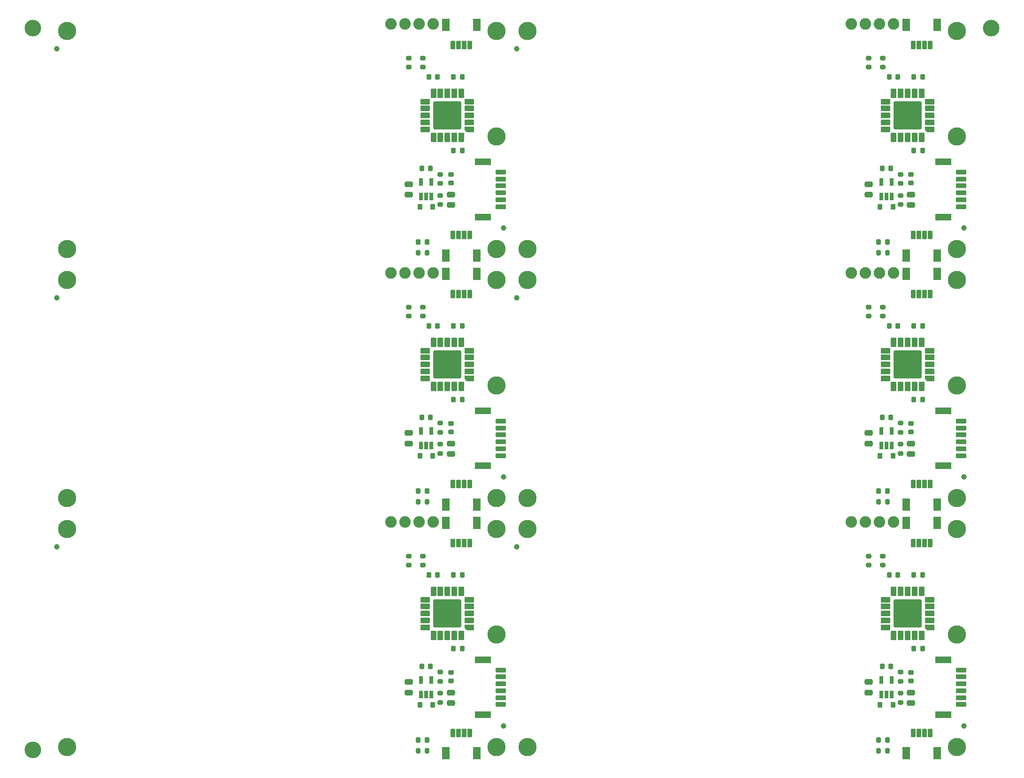
<source format=gts>
%TF.GenerationSoftware,KiCad,Pcbnew,7.0.10*%
%TF.CreationDate,2024-03-13T14:29:21-06:00*%
%TF.ProjectId,SparkFun Indoor Air Quality Sensor - SCD41 SEN55_panelized,53706172-6b46-4756-9e20-496e646f6f72,v10*%
%TF.SameCoordinates,Original*%
%TF.FileFunction,Soldermask,Top*%
%TF.FilePolarity,Negative*%
%FSLAX46Y46*%
G04 Gerber Fmt 4.6, Leading zero omitted, Abs format (unit mm)*
G04 Created by KiCad (PCBNEW 7.0.10) date 2024-03-13 14:29:21*
%MOMM*%
%LPD*%
G01*
G04 APERTURE LIST*
G04 Aperture macros list*
%AMRoundRect*
0 Rectangle with rounded corners*
0 $1 Rounding radius*
0 $2 $3 $4 $5 $6 $7 $8 $9 X,Y pos of 4 corners*
0 Add a 4 corners polygon primitive as box body*
4,1,4,$2,$3,$4,$5,$6,$7,$8,$9,$2,$3,0*
0 Add four circle primitives for the rounded corners*
1,1,$1+$1,$2,$3*
1,1,$1+$1,$4,$5*
1,1,$1+$1,$6,$7*
1,1,$1+$1,$8,$9*
0 Add four rect primitives between the rounded corners*
20,1,$1+$1,$2,$3,$4,$5,0*
20,1,$1+$1,$4,$5,$6,$7,0*
20,1,$1+$1,$6,$7,$8,$9,0*
20,1,$1+$1,$8,$9,$2,$3,0*%
%AMFreePoly0*
4,1,19,0.459719,0.832196,0.496627,0.781396,0.501600,0.750000,0.501600,-0.470000,0.482196,-0.529719,0.471842,-0.541842,0.191842,-0.821842,0.135894,-0.850349,0.120000,-0.851600,-0.400000,-0.851600,-0.459719,-0.832196,-0.496627,-0.781396,-0.501600,-0.750000,-0.501600,0.750000,-0.482196,0.809719,-0.431396,0.846627,-0.400000,0.851600,0.400000,0.851600,0.459719,0.832196,0.459719,0.832196,
$1*%
G04 Aperture macros list end*
%ADD10C,3.000000*%
%ADD11C,3.302000*%
%ADD12RoundRect,0.225000X-0.225000X-0.250000X0.225000X-0.250000X0.225000X0.250000X-0.225000X0.250000X0*%
%ADD13RoundRect,0.225000X0.225000X0.250000X-0.225000X0.250000X-0.225000X-0.250000X0.225000X-0.250000X0*%
%ADD14RoundRect,0.200000X0.275000X-0.200000X0.275000X0.200000X-0.275000X0.200000X-0.275000X-0.200000X0*%
%ADD15FreePoly0,270.000000*%
%ADD16RoundRect,0.101600X-0.750000X0.400000X-0.750000X-0.400000X0.750000X-0.400000X0.750000X0.400000X0*%
%ADD17RoundRect,0.101600X-0.400000X-0.750000X0.400000X-0.750000X0.400000X0.750000X-0.400000X0.750000X0*%
%ADD18RoundRect,0.101600X0.750000X-0.400000X0.750000X0.400000X-0.750000X0.400000X-0.750000X-0.400000X0*%
%ADD19RoundRect,0.101600X0.400000X0.750000X-0.400000X0.750000X-0.400000X-0.750000X0.400000X-0.750000X0*%
%ADD20RoundRect,0.101600X2.400000X2.400000X-2.400000X2.400000X-2.400000X-2.400000X2.400000X-2.400000X0*%
%ADD21RoundRect,0.200000X-0.200000X-0.275000X0.200000X-0.275000X0.200000X0.275000X-0.200000X0.275000X0*%
%ADD22C,2.082800*%
%ADD23RoundRect,0.225000X0.250000X-0.225000X0.250000X0.225000X-0.250000X0.225000X-0.250000X-0.225000X0*%
%ADD24RoundRect,0.101600X0.300000X0.675000X-0.300000X0.675000X-0.300000X-0.675000X0.300000X-0.675000X0*%
%ADD25RoundRect,0.101600X0.600000X1.000000X-0.600000X1.000000X-0.600000X-1.000000X0.600000X-1.000000X0*%
%ADD26C,1.000000*%
%ADD27RoundRect,0.101600X-0.300000X-0.675000X0.300000X-0.675000X0.300000X0.675000X-0.300000X0.675000X0*%
%ADD28RoundRect,0.101600X-0.600000X-1.000000X0.600000X-1.000000X0.600000X1.000000X-0.600000X1.000000X0*%
%ADD29RoundRect,0.250000X-0.475000X0.250000X-0.475000X-0.250000X0.475000X-0.250000X0.475000X0.250000X0*%
%ADD30RoundRect,0.218750X-0.218750X-0.256250X0.218750X-0.256250X0.218750X0.256250X-0.218750X0.256250X0*%
%ADD31RoundRect,0.101600X-0.275000X-0.600000X0.275000X-0.600000X0.275000X0.600000X-0.275000X0.600000X0*%
%ADD32RoundRect,0.101600X0.850000X-0.300000X0.850000X0.300000X-0.850000X0.300000X-0.850000X-0.300000X0*%
%ADD33RoundRect,0.101600X1.350000X0.500000X-1.350000X0.500000X-1.350000X-0.500000X1.350000X-0.500000X0*%
%ADD34RoundRect,0.101600X0.315000X0.415000X-0.315000X0.415000X-0.315000X-0.415000X0.315000X-0.415000X0*%
G04 APERTURE END LIST*
D10*
%TO.C,*%
X169275000Y132350000D03*
%TD*%
%TO.C,*%
X-3675000Y132350000D03*
%TD*%
%TO.C,*%
X-3675000Y2000000D03*
%TD*%
D11*
%TO.C,ST4*%
X85590000Y92440000D03*
%TD*%
%TO.C,ST4*%
X85590000Y47490000D03*
%TD*%
%TO.C,ST4*%
X85590000Y2540000D03*
%TD*%
%TO.C,ST4*%
X2540000Y92440000D03*
%TD*%
%TO.C,ST4*%
X2540000Y47490000D03*
%TD*%
D12*
%TO.C,C7*%
X149585000Y107045000D03*
X151135000Y107045000D03*
%TD*%
%TO.C,C7*%
X149585000Y62095000D03*
X151135000Y62095000D03*
%TD*%
%TO.C,C7*%
X149585000Y17145000D03*
X151135000Y17145000D03*
%TD*%
%TO.C,C7*%
X66535000Y107045000D03*
X68085000Y107045000D03*
%TD*%
%TO.C,C7*%
X66535000Y62095000D03*
X68085000Y62095000D03*
%TD*%
D11*
%TO.C,ST3*%
X85590000Y131810000D03*
%TD*%
%TO.C,ST3*%
X85590000Y86860000D03*
%TD*%
%TO.C,ST3*%
X85590000Y41910000D03*
%TD*%
%TO.C,ST3*%
X2540000Y131810000D03*
%TD*%
%TO.C,ST3*%
X2540000Y86860000D03*
%TD*%
D13*
%TO.C,C5*%
X152405000Y123555000D03*
X150855000Y123555000D03*
%TD*%
%TO.C,C5*%
X152405000Y78605000D03*
X150855000Y78605000D03*
%TD*%
%TO.C,C5*%
X152405000Y33655000D03*
X150855000Y33655000D03*
%TD*%
%TO.C,C5*%
X69355000Y123555000D03*
X67805000Y123555000D03*
%TD*%
%TO.C,C5*%
X69355000Y78605000D03*
X67805000Y78605000D03*
%TD*%
D14*
%TO.C,R5*%
X152900000Y100505000D03*
X152900000Y102155000D03*
%TD*%
%TO.C,R5*%
X152900000Y55555000D03*
X152900000Y57205000D03*
%TD*%
%TO.C,R5*%
X152900000Y10605000D03*
X152900000Y12255000D03*
%TD*%
%TO.C,R5*%
X69850000Y100505000D03*
X69850000Y102155000D03*
%TD*%
%TO.C,R5*%
X69850000Y55555000D03*
X69850000Y57205000D03*
%TD*%
%TO.C,R1*%
X149725000Y125270000D03*
X149725000Y126920000D03*
%TD*%
%TO.C,R1*%
X149725000Y80320000D03*
X149725000Y81970000D03*
%TD*%
%TO.C,R1*%
X149725000Y35370000D03*
X149725000Y37020000D03*
%TD*%
%TO.C,R1*%
X66675000Y125270000D03*
X66675000Y126920000D03*
%TD*%
%TO.C,R1*%
X66675000Y80320000D03*
X66675000Y81970000D03*
%TD*%
D15*
%TO.C,U3*%
X158170000Y114070000D03*
D16*
X158170000Y115320000D03*
X158170000Y116570000D03*
X158170000Y117820000D03*
X158170000Y119070000D03*
D17*
X156670000Y120570000D03*
X155420000Y120570000D03*
X154170000Y120570000D03*
X152920000Y120570000D03*
X151670000Y120570000D03*
D18*
X150170000Y119070000D03*
X150170000Y117820000D03*
X150170000Y116570000D03*
X150170000Y115320000D03*
X150170000Y114070000D03*
D19*
X151670000Y112570000D03*
X152920000Y112570000D03*
X154170000Y112570000D03*
X155420000Y112570000D03*
X156670000Y112570000D03*
D20*
X154170000Y116570000D03*
%TD*%
D15*
%TO.C,U3*%
X158170000Y69120000D03*
D16*
X158170000Y70370000D03*
X158170000Y71620000D03*
X158170000Y72870000D03*
X158170000Y74120000D03*
D17*
X156670000Y75620000D03*
X155420000Y75620000D03*
X154170000Y75620000D03*
X152920000Y75620000D03*
X151670000Y75620000D03*
D18*
X150170000Y74120000D03*
X150170000Y72870000D03*
X150170000Y71620000D03*
X150170000Y70370000D03*
X150170000Y69120000D03*
D19*
X151670000Y67620000D03*
X152920000Y67620000D03*
X154170000Y67620000D03*
X155420000Y67620000D03*
X156670000Y67620000D03*
D20*
X154170000Y71620000D03*
%TD*%
D15*
%TO.C,U3*%
X158170000Y24170000D03*
D16*
X158170000Y25420000D03*
X158170000Y26670000D03*
X158170000Y27920000D03*
X158170000Y29170000D03*
D17*
X156670000Y30670000D03*
X155420000Y30670000D03*
X154170000Y30670000D03*
X152920000Y30670000D03*
X151670000Y30670000D03*
D18*
X150170000Y29170000D03*
X150170000Y27920000D03*
X150170000Y26670000D03*
X150170000Y25420000D03*
X150170000Y24170000D03*
D19*
X151670000Y22670000D03*
X152920000Y22670000D03*
X154170000Y22670000D03*
X155420000Y22670000D03*
X156670000Y22670000D03*
D20*
X154170000Y26670000D03*
%TD*%
D15*
%TO.C,U3*%
X75120000Y114070000D03*
D16*
X75120000Y115320000D03*
X75120000Y116570000D03*
X75120000Y117820000D03*
X75120000Y119070000D03*
D17*
X73620000Y120570000D03*
X72370000Y120570000D03*
X71120000Y120570000D03*
X69870000Y120570000D03*
X68620000Y120570000D03*
D18*
X67120000Y119070000D03*
X67120000Y117820000D03*
X67120000Y116570000D03*
X67120000Y115320000D03*
X67120000Y114070000D03*
D19*
X68620000Y112570000D03*
X69870000Y112570000D03*
X71120000Y112570000D03*
X72370000Y112570000D03*
X73620000Y112570000D03*
D20*
X71120000Y116570000D03*
%TD*%
D15*
%TO.C,U3*%
X75120000Y69120000D03*
D16*
X75120000Y70370000D03*
X75120000Y71620000D03*
X75120000Y72870000D03*
X75120000Y74120000D03*
D17*
X73620000Y75620000D03*
X72370000Y75620000D03*
X71120000Y75620000D03*
X69870000Y75620000D03*
X68620000Y75620000D03*
D18*
X67120000Y74120000D03*
X67120000Y72870000D03*
X67120000Y71620000D03*
X67120000Y70370000D03*
X67120000Y69120000D03*
D19*
X68620000Y67620000D03*
X69870000Y67620000D03*
X71120000Y67620000D03*
X72370000Y67620000D03*
X73620000Y67620000D03*
D20*
X71120000Y71620000D03*
%TD*%
D21*
%TO.C,R3*%
X148900000Y91805000D03*
X150550000Y91805000D03*
%TD*%
%TO.C,R3*%
X148900000Y46855000D03*
X150550000Y46855000D03*
%TD*%
%TO.C,R3*%
X148900000Y1905000D03*
X150550000Y1905000D03*
%TD*%
%TO.C,R3*%
X65850000Y91805000D03*
X67500000Y91805000D03*
%TD*%
%TO.C,R3*%
X65850000Y46855000D03*
X67500000Y46855000D03*
%TD*%
D22*
%TO.C,J3*%
X151630000Y133080000D03*
X149090000Y133080000D03*
X146550000Y133080000D03*
X144010000Y133080000D03*
%TD*%
%TO.C,J3*%
X151630000Y88130000D03*
X149090000Y88130000D03*
X146550000Y88130000D03*
X144010000Y88130000D03*
%TD*%
%TO.C,J3*%
X151630000Y43180000D03*
X149090000Y43180000D03*
X146550000Y43180000D03*
X144010000Y43180000D03*
%TD*%
%TO.C,J3*%
X68580000Y133080000D03*
X66040000Y133080000D03*
X63500000Y133080000D03*
X60960000Y133080000D03*
%TD*%
%TO.C,J3*%
X68580000Y88130000D03*
X66040000Y88130000D03*
X63500000Y88130000D03*
X60960000Y88130000D03*
%TD*%
D12*
%TO.C,C1*%
X155300000Y110220000D03*
X156850000Y110220000D03*
%TD*%
%TO.C,C1*%
X155300000Y65270000D03*
X156850000Y65270000D03*
%TD*%
%TO.C,C1*%
X155300000Y20320000D03*
X156850000Y20320000D03*
%TD*%
%TO.C,C1*%
X72250000Y110220000D03*
X73800000Y110220000D03*
%TD*%
%TO.C,C1*%
X72250000Y65270000D03*
X73800000Y65270000D03*
%TD*%
D14*
%TO.C,R6*%
X152900000Y104315000D03*
X152900000Y105965000D03*
%TD*%
%TO.C,R6*%
X152900000Y59365000D03*
X152900000Y61015000D03*
%TD*%
%TO.C,R6*%
X152900000Y14415000D03*
X152900000Y16065000D03*
%TD*%
%TO.C,R6*%
X69850000Y104315000D03*
X69850000Y105965000D03*
%TD*%
%TO.C,R6*%
X69850000Y59365000D03*
X69850000Y61015000D03*
%TD*%
D23*
%TO.C,C9*%
X154805000Y104365000D03*
X154805000Y105915000D03*
%TD*%
%TO.C,C9*%
X154805000Y59415000D03*
X154805000Y60965000D03*
%TD*%
%TO.C,C9*%
X154805000Y14465000D03*
X154805000Y16015000D03*
%TD*%
%TO.C,C9*%
X71755000Y104365000D03*
X71755000Y105915000D03*
%TD*%
%TO.C,C9*%
X71755000Y59415000D03*
X71755000Y60965000D03*
%TD*%
D14*
%TO.C,R2*%
X147185000Y125270000D03*
X147185000Y126920000D03*
%TD*%
%TO.C,R2*%
X147185000Y80320000D03*
X147185000Y81970000D03*
%TD*%
%TO.C,R2*%
X147185000Y35370000D03*
X147185000Y37020000D03*
%TD*%
%TO.C,R2*%
X64135000Y125270000D03*
X64135000Y126920000D03*
%TD*%
%TO.C,R2*%
X64135000Y80320000D03*
X64135000Y81970000D03*
%TD*%
D11*
%TO.C,ST1*%
X163060000Y131810000D03*
%TD*%
%TO.C,ST1*%
X163060000Y86860000D03*
%TD*%
%TO.C,ST1*%
X163060000Y41910000D03*
%TD*%
%TO.C,ST1*%
X80010000Y131810000D03*
%TD*%
%TO.C,ST1*%
X80010000Y86860000D03*
%TD*%
D24*
%TO.C,J2*%
X158210000Y129270000D03*
X157210000Y129270000D03*
X156210000Y129270000D03*
X155210000Y129270000D03*
D25*
X153910000Y132945000D03*
X159510000Y132945000D03*
%TD*%
D24*
%TO.C,J2*%
X158210000Y84320000D03*
X157210000Y84320000D03*
X156210000Y84320000D03*
X155210000Y84320000D03*
D25*
X153910000Y87995000D03*
X159510000Y87995000D03*
%TD*%
D24*
%TO.C,J2*%
X158210000Y39370000D03*
X157210000Y39370000D03*
X156210000Y39370000D03*
X155210000Y39370000D03*
D25*
X153910000Y43045000D03*
X159510000Y43045000D03*
%TD*%
D24*
%TO.C,J2*%
X75160000Y129270000D03*
X74160000Y129270000D03*
X73160000Y129270000D03*
X72160000Y129270000D03*
D25*
X70860000Y132945000D03*
X76460000Y132945000D03*
%TD*%
D24*
%TO.C,J2*%
X75160000Y84320000D03*
X74160000Y84320000D03*
X73160000Y84320000D03*
X72160000Y84320000D03*
D25*
X70860000Y87995000D03*
X76460000Y87995000D03*
%TD*%
D11*
%TO.C,ST5*%
X163060000Y112760000D03*
%TD*%
%TO.C,ST5*%
X163060000Y67810000D03*
%TD*%
%TO.C,ST5*%
X163060000Y22860000D03*
%TD*%
%TO.C,ST5*%
X80010000Y112760000D03*
%TD*%
%TO.C,ST5*%
X80010000Y67810000D03*
%TD*%
D26*
%TO.C,FID4*%
X164330000Y96250000D03*
%TD*%
%TO.C,FID4*%
X164330000Y51300000D03*
%TD*%
%TO.C,FID4*%
X164330000Y6350000D03*
%TD*%
%TO.C,FID4*%
X81280000Y96250000D03*
%TD*%
%TO.C,FID4*%
X81280000Y51300000D03*
%TD*%
D27*
%TO.C,J1*%
X155210000Y94980000D03*
X156210000Y94980000D03*
X157210000Y94980000D03*
X158210000Y94980000D03*
D28*
X159510000Y91305000D03*
X153910000Y91305000D03*
%TD*%
D27*
%TO.C,J1*%
X155210000Y50030000D03*
X156210000Y50030000D03*
X157210000Y50030000D03*
X158210000Y50030000D03*
D28*
X159510000Y46355000D03*
X153910000Y46355000D03*
%TD*%
D27*
%TO.C,J1*%
X155210000Y5080000D03*
X156210000Y5080000D03*
X157210000Y5080000D03*
X158210000Y5080000D03*
D28*
X159510000Y1405000D03*
X153910000Y1405000D03*
%TD*%
D27*
%TO.C,J1*%
X72160000Y94980000D03*
X73160000Y94980000D03*
X74160000Y94980000D03*
X75160000Y94980000D03*
D28*
X76460000Y91305000D03*
X70860000Y91305000D03*
%TD*%
D27*
%TO.C,J1*%
X72160000Y50030000D03*
X73160000Y50030000D03*
X74160000Y50030000D03*
X75160000Y50030000D03*
D28*
X76460000Y46355000D03*
X70860000Y46355000D03*
%TD*%
D29*
%TO.C,L2*%
X147185000Y104185000D03*
X147185000Y102285000D03*
%TD*%
%TO.C,L2*%
X147185000Y59235000D03*
X147185000Y57335000D03*
%TD*%
%TO.C,L2*%
X147185000Y14285000D03*
X147185000Y12385000D03*
%TD*%
%TO.C,L2*%
X64135000Y104185000D03*
X64135000Y102285000D03*
%TD*%
%TO.C,L2*%
X64135000Y59235000D03*
X64135000Y57335000D03*
%TD*%
%TO.C,C2*%
X154805000Y102280000D03*
X154805000Y100380000D03*
%TD*%
%TO.C,C2*%
X154805000Y57330000D03*
X154805000Y55430000D03*
%TD*%
%TO.C,C2*%
X154805000Y12380000D03*
X154805000Y10480000D03*
%TD*%
%TO.C,C2*%
X71755000Y102280000D03*
X71755000Y100380000D03*
%TD*%
%TO.C,C2*%
X71755000Y57330000D03*
X71755000Y55430000D03*
%TD*%
D11*
%TO.C,ST2*%
X163060000Y92440000D03*
%TD*%
%TO.C,ST2*%
X163060000Y47490000D03*
%TD*%
%TO.C,ST2*%
X163060000Y2540000D03*
%TD*%
%TO.C,ST2*%
X80010000Y92440000D03*
%TD*%
%TO.C,ST2*%
X80010000Y47490000D03*
%TD*%
D26*
%TO.C,FID3*%
X83685000Y128635000D03*
%TD*%
%TO.C,FID3*%
X83685000Y83685000D03*
%TD*%
%TO.C,FID3*%
X83685000Y38735000D03*
%TD*%
%TO.C,FID3*%
X635000Y128635000D03*
%TD*%
%TO.C,FID3*%
X635000Y83685000D03*
%TD*%
D30*
%TO.C,D1*%
X148937500Y93710000D03*
X150512500Y93710000D03*
%TD*%
%TO.C,D1*%
X148937500Y48760000D03*
X150512500Y48760000D03*
%TD*%
%TO.C,D1*%
X148937500Y3810000D03*
X150512500Y3810000D03*
%TD*%
%TO.C,D1*%
X65887500Y93710000D03*
X67462500Y93710000D03*
%TD*%
%TO.C,D1*%
X65887500Y48760000D03*
X67462500Y48760000D03*
%TD*%
D12*
%TO.C,C4*%
X155300000Y123555000D03*
X156850000Y123555000D03*
%TD*%
%TO.C,C4*%
X155300000Y78605000D03*
X156850000Y78605000D03*
%TD*%
%TO.C,C4*%
X155300000Y33655000D03*
X156850000Y33655000D03*
%TD*%
%TO.C,C4*%
X72250000Y123555000D03*
X73800000Y123555000D03*
%TD*%
%TO.C,C4*%
X72250000Y78605000D03*
X73800000Y78605000D03*
%TD*%
D31*
%TO.C,U5*%
X149410000Y101934900D03*
X150360000Y101934900D03*
X151310000Y101934900D03*
X151310000Y104535100D03*
X149410000Y104535100D03*
%TD*%
%TO.C,U5*%
X149410000Y56984900D03*
X150360000Y56984900D03*
X151310000Y56984900D03*
X151310000Y59585100D03*
X149410000Y59585100D03*
%TD*%
%TO.C,U5*%
X149410000Y12034900D03*
X150360000Y12034900D03*
X151310000Y12034900D03*
X151310000Y14635100D03*
X149410000Y14635100D03*
%TD*%
%TO.C,U5*%
X66360000Y101934900D03*
X67310000Y101934900D03*
X68260000Y101934900D03*
X68260000Y104535100D03*
X66360000Y104535100D03*
%TD*%
%TO.C,U5*%
X66360000Y56984900D03*
X67310000Y56984900D03*
X68260000Y56984900D03*
X68260000Y59585100D03*
X66360000Y59585100D03*
%TD*%
D32*
%TO.C,U1*%
X163820000Y106360000D03*
X163820000Y105110000D03*
X163820000Y103860000D03*
X163820000Y102610000D03*
X163820000Y101360000D03*
X163820000Y100110000D03*
D33*
X160620000Y98260000D03*
X160620000Y108210000D03*
%TD*%
D32*
%TO.C,U1*%
X163820000Y61410000D03*
X163820000Y60160000D03*
X163820000Y58910000D03*
X163820000Y57660000D03*
X163820000Y56410000D03*
X163820000Y55160000D03*
D33*
X160620000Y53310000D03*
X160620000Y63260000D03*
%TD*%
D32*
%TO.C,U1*%
X163820000Y16460000D03*
X163820000Y15210000D03*
X163820000Y13960000D03*
X163820000Y12710000D03*
X163820000Y11460000D03*
X163820000Y10210000D03*
D33*
X160620000Y8360000D03*
X160620000Y18310000D03*
%TD*%
D32*
%TO.C,U1*%
X80770000Y106360000D03*
X80770000Y105110000D03*
X80770000Y103860000D03*
X80770000Y102610000D03*
X80770000Y101360000D03*
X80770000Y100110000D03*
D33*
X77570000Y98260000D03*
X77570000Y108210000D03*
%TD*%
D32*
%TO.C,U1*%
X80770000Y61410000D03*
X80770000Y60160000D03*
X80770000Y58910000D03*
X80770000Y57660000D03*
X80770000Y56410000D03*
X80770000Y55160000D03*
D33*
X77570000Y53310000D03*
X77570000Y63260000D03*
%TD*%
D34*
%TO.C,D2*%
X149210000Y100060000D03*
X151510000Y100060000D03*
%TD*%
%TO.C,D2*%
X149210000Y55110000D03*
X151510000Y55110000D03*
%TD*%
%TO.C,D2*%
X149210000Y10160000D03*
X151510000Y10160000D03*
%TD*%
%TO.C,D2*%
X66160000Y100060000D03*
X68460000Y100060000D03*
%TD*%
%TO.C,D2*%
X66160000Y55110000D03*
X68460000Y55110000D03*
%TD*%
%TO.C,D2*%
X66160000Y10160000D03*
X68460000Y10160000D03*
%TD*%
D32*
%TO.C,U1*%
X80770000Y16460000D03*
X80770000Y15210000D03*
X80770000Y13960000D03*
X80770000Y12710000D03*
X80770000Y11460000D03*
X80770000Y10210000D03*
D33*
X77570000Y8360000D03*
X77570000Y18310000D03*
%TD*%
D31*
%TO.C,U5*%
X66360000Y12034900D03*
X67310000Y12034900D03*
X68260000Y12034900D03*
X68260000Y14635100D03*
X66360000Y14635100D03*
%TD*%
D12*
%TO.C,C4*%
X72250000Y33655000D03*
X73800000Y33655000D03*
%TD*%
D30*
%TO.C,D1*%
X65887500Y3810000D03*
X67462500Y3810000D03*
%TD*%
D26*
%TO.C,FID3*%
X635000Y38735000D03*
%TD*%
D11*
%TO.C,ST2*%
X80010000Y2540000D03*
%TD*%
D29*
%TO.C,C2*%
X71755000Y12380000D03*
X71755000Y10480000D03*
%TD*%
%TO.C,L2*%
X64135000Y14285000D03*
X64135000Y12385000D03*
%TD*%
D27*
%TO.C,J1*%
X72160000Y5080000D03*
X73160000Y5080000D03*
X74160000Y5080000D03*
X75160000Y5080000D03*
D28*
X76460000Y1405000D03*
X70860000Y1405000D03*
%TD*%
D26*
%TO.C,FID4*%
X81280000Y6350000D03*
%TD*%
D11*
%TO.C,ST5*%
X80010000Y22860000D03*
%TD*%
D24*
%TO.C,J2*%
X75160000Y39370000D03*
X74160000Y39370000D03*
X73160000Y39370000D03*
X72160000Y39370000D03*
D25*
X70860000Y43045000D03*
X76460000Y43045000D03*
%TD*%
D11*
%TO.C,ST1*%
X80010000Y41910000D03*
%TD*%
D14*
%TO.C,R2*%
X64135000Y35370000D03*
X64135000Y37020000D03*
%TD*%
D23*
%TO.C,C9*%
X71755000Y14465000D03*
X71755000Y16015000D03*
%TD*%
D14*
%TO.C,R6*%
X69850000Y14415000D03*
X69850000Y16065000D03*
%TD*%
D12*
%TO.C,C1*%
X72250000Y20320000D03*
X73800000Y20320000D03*
%TD*%
D22*
%TO.C,J3*%
X68580000Y43180000D03*
X66040000Y43180000D03*
X63500000Y43180000D03*
X60960000Y43180000D03*
%TD*%
D21*
%TO.C,R3*%
X65850000Y1905000D03*
X67500000Y1905000D03*
%TD*%
D15*
%TO.C,U3*%
X75120000Y24170000D03*
D16*
X75120000Y25420000D03*
X75120000Y26670000D03*
X75120000Y27920000D03*
X75120000Y29170000D03*
D17*
X73620000Y30670000D03*
X72370000Y30670000D03*
X71120000Y30670000D03*
X69870000Y30670000D03*
X68620000Y30670000D03*
D18*
X67120000Y29170000D03*
X67120000Y27920000D03*
X67120000Y26670000D03*
X67120000Y25420000D03*
X67120000Y24170000D03*
D19*
X68620000Y22670000D03*
X69870000Y22670000D03*
X71120000Y22670000D03*
X72370000Y22670000D03*
X73620000Y22670000D03*
D20*
X71120000Y26670000D03*
%TD*%
D14*
%TO.C,R1*%
X66675000Y35370000D03*
X66675000Y37020000D03*
%TD*%
%TO.C,R5*%
X69850000Y10605000D03*
X69850000Y12255000D03*
%TD*%
D13*
%TO.C,C5*%
X69355000Y33655000D03*
X67805000Y33655000D03*
%TD*%
D11*
%TO.C,ST3*%
X2540000Y41910000D03*
%TD*%
D12*
%TO.C,C7*%
X66535000Y17145000D03*
X68085000Y17145000D03*
%TD*%
D11*
%TO.C,ST4*%
X2540000Y2540000D03*
%TD*%
M02*

</source>
